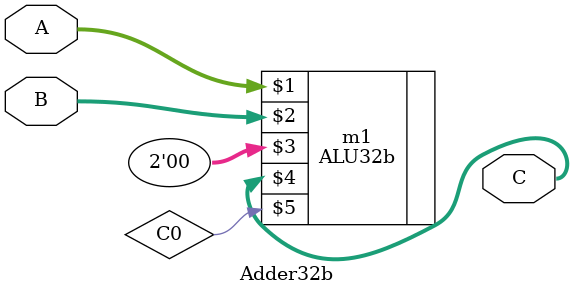
<source format=v>
`timescale 1ns / 1ps
module Adder32b(
input [31:0]A,
input [31:0]B,
output [31:0]C
    );
wire C0;
ALU32b m1(A,B,2'b00,C,C0);

endmodule

</source>
